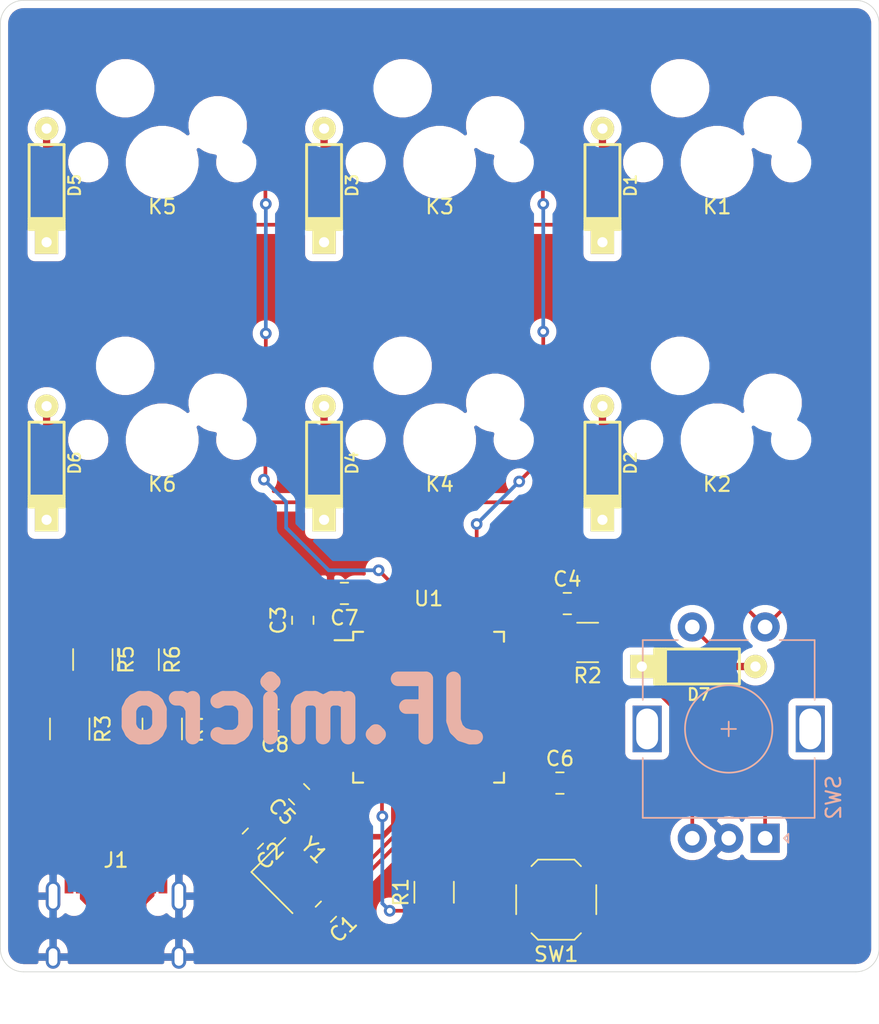
<source format=kicad_pcb>
(kicad_pcb (version 20171130) (host pcbnew "(5.1.8)-1")
  (title_block (title JF.micro) (date 2020-11-19) (rev 0) (company JF) (comment 1 "Initial Test 6 x 1 MacroPad"))
  (layers (0 F.Cu signal) (31 B.Cu signal) (34 B.Paste user) (35 F.Paste user) (36 B.SilkS user) (37 F.SilkS user) (38 B.Mask user) (39 F.Mask user) (44 Edge.Cuts user))
  (net 0 "")
  (net 1 "Net-(C1-Pad1)")
  (net 2 "Net-(C2-Pad1)")
  (net 3 VCC)
  (net 4 "Net-(D1-Pad2)")
  (net 5 /row0)
  (net 6 "Net-(D2-Pad2)")
  (net 7 /row1)
  (net 8 "Net-(D3-Pad2)")
  (net 9 "Net-(D4-Pad2)")
  (net 10 "Net-(D5-Pad2)")
  (net 11 "Net-(D6-Pad2)")
  (net 12 "Net-(J1-Pad3)")
  (net 13 "Net-(J1-Pad4)")
  (net 14 /col0)
  (net 15 /col1)
  (net 16 /col2)
  (net 17 "Net-(R1-Pad1)")
  (net 18 "Net-(R2-Pad2)")
  (net 19 "Net-(U1-Pad1)")
  (net 20 "Net-(U1-Pad8)")
  (net 21 "Net-(U1-Pad9)")
  (net 22 "Net-(U1-Pad10)")
  (net 23 "Net-(U1-Pad11)")
  (net 24 "Net-(U1-Pad12)")
  (net 25 "Net-(U1-Pad18)")
  (net 26 "Net-(U1-Pad19)")
  (net 27 "Net-(U1-Pad20)")
  (net 28 "Net-(U1-Pad21)")
  (net 29 "Net-(U1-Pad22)")
  (net 30 "Net-(U1-Pad25)")
  (net 31 "Net-(U1-Pad26)")
  (net 32 "Net-(U1-Pad27)")
  (net 33 "Net-(U1-Pad28)")
  (net 34 "Net-(U1-Pad29)")
  (net 35 "Net-(U1-Pad30)")
  (net 36 "Net-(U1-Pad42)")
  (net 37 "Net-(C8-Pad1)")
  (net 38 /D-)
  (net 39 "Net-(J1-Pad9)")
  (net 40 "Net-(J1-Pad10)")
  (net 41 GND)
  (net 42 "Net-(D7-Pad2)")
  (net 43 /row2)
  (net 44 "Net-(R5-Pad1)")
  (net 45 "Net-(R6-Pad1)")
  (net 46 /pinA)
  (net 47 /pinB)
  (net 48 "Net-(J1-Pad6)")
  (module Package_QFP:TQFP-44_10x10mm_P0.8mm (layer F.Cu) (at 64.3255 100.9015)
    (fp_text reference U1 (at 0 -7.45) (layer F.SilkS))
    (fp_text value ATMEGA32U4)
    (pad 1 smd rect (at -5.7 -4) (size 1.5 0.55) (layers F.Cu F.Paste F.Mask) (net 19 "Net-(U1-Pad1)"))
    (pad 2 smd rect (at -5.7 -3.2) (size 1.5 0.55) (layers F.Cu F.Paste F.Mask) (net 3 VCC))
    (pad 3 smd rect (at -5.7 -2.4) (size 1.5 0.55) (layers F.Cu F.Paste F.Mask) (net 44 "Net-(R5-Pad1)"))
    (pad 4 smd rect (at -5.7 -1.6) (size 1.5 0.55) (layers F.Cu F.Paste F.Mask) (net 45 "Net-(R6-Pad1)"))
    (pad 5 smd rect (at -5.7 -0.8) (size 1.5 0.55) (layers F.Cu F.Paste F.Mask) (net 41 GND))
    (pad 6 smd rect (at -5.7 0) (size 1.5 0.55) (layers F.Cu F.Paste F.Mask) (net 37 "Net-(C8-Pad1)"))
    (pad 7 smd rect (at -5.7 0.8) (size 1.5 0.55) (layers F.Cu F.Paste F.Mask) (net 3 VCC))
    (pad 8 smd rect (at -5.7 1.6) (size 1.5 0.55) (layers F.Cu F.Paste F.Mask) (net 20 "Net-(U1-Pad8)"))
    (pad 9 smd rect (at -5.7 2.4) (size 1.5 0.55) (layers F.Cu F.Paste F.Mask) (net 21 "Net-(U1-Pad9)"))
    (pad 10 smd rect (at -5.7 3.2) (size 1.5 0.55) (layers F.Cu F.Paste F.Mask) (net 22 "Net-(U1-Pad10)"))
    (pad 11 smd rect (at -5.7 4) (size 1.5 0.55) (layers F.Cu F.Paste F.Mask) (net 23 "Net-(U1-Pad11)"))
    (pad 12 smd rect (at -4 5.7 90) (size 1.5 0.55) (layers F.Cu F.Paste F.Mask) (net 24 "Net-(U1-Pad12)"))
    (pad 13 smd rect (at -3.2 5.7 90) (size 1.5 0.55) (layers F.Cu F.Paste F.Mask) (net 17 "Net-(R1-Pad1)"))
    (pad 14 smd rect (at -2.4 5.7 90) (size 1.5 0.55) (layers F.Cu F.Paste F.Mask) (net 3 VCC))
    (pad 15 smd rect (at -1.6 5.7 90) (size 1.5 0.55) (layers F.Cu F.Paste F.Mask) (net 41 GND))
    (pad 16 smd rect (at -0.8 5.7 90) (size 1.5 0.55) (layers F.Cu F.Paste F.Mask) (net 2 "Net-(C2-Pad1)"))
    (pad 17 smd rect (at 0 5.7 90) (size 1.5 0.55) (layers F.Cu F.Paste F.Mask) (net 1 "Net-(C1-Pad1)"))
    (pad 18 smd rect (at 0.8 5.7 90) (size 1.5 0.55) (layers F.Cu F.Paste F.Mask) (net 25 "Net-(U1-Pad18)"))
    (pad 19 smd rect (at 1.6 5.7 90) (size 1.5 0.55) (layers F.Cu F.Paste F.Mask) (net 26 "Net-(U1-Pad19)"))
    (pad 20 smd rect (at 2.4 5.7 90) (size 1.5 0.55) (layers F.Cu F.Paste F.Mask) (net 27 "Net-(U1-Pad20)"))
    (pad 21 smd rect (at 3.2 5.7 90) (size 1.5 0.55) (layers F.Cu F.Paste F.Mask) (net 28 "Net-(U1-Pad21)"))
    (pad 22 smd rect (at 4 5.7 90) (size 1.5 0.55) (layers F.Cu F.Paste F.Mask) (net 29 "Net-(U1-Pad22)"))
    (pad 23 smd rect (at 5.7 4) (size 1.5 0.55) (layers F.Cu F.Paste F.Mask) (net 41 GND))
    (pad 24 smd rect (at 5.7 3.2) (size 1.5 0.55) (layers F.Cu F.Paste F.Mask) (net 3 VCC))
    (pad 25 smd rect (at 5.7 2.4) (size 1.5 0.55) (layers F.Cu F.Paste F.Mask) (net 30 "Net-(U1-Pad25)"))
    (pad 26 smd rect (at 5.7 1.6) (size 1.5 0.55) (layers F.Cu F.Paste F.Mask) (net 31 "Net-(U1-Pad26)"))
    (pad 27 smd rect (at 5.7 0.8) (size 1.5 0.55) (layers F.Cu F.Paste F.Mask) (net 32 "Net-(U1-Pad27)"))
    (pad 28 smd rect (at 5.7 0) (size 1.5 0.55) (layers F.Cu F.Paste F.Mask) (net 33 "Net-(U1-Pad28)"))
    (pad 29 smd rect (at 5.7 -0.8) (size 1.5 0.55) (layers F.Cu F.Paste F.Mask) (net 34 "Net-(U1-Pad29)"))
    (pad 30 smd rect (at 5.7 -1.6) (size 1.5 0.55) (layers F.Cu F.Paste F.Mask) (net 35 "Net-(U1-Pad30)"))
    (pad 31 smd rect (at 5.7 -2.4) (size 1.5 0.55) (layers F.Cu F.Paste F.Mask) (net 47 /pinB))
    (pad 32 smd rect (at 5.7 -3.2) (size 1.5 0.55) (layers F.Cu F.Paste F.Mask) (net 46 /pinA))
    (pad 33 smd rect (at 5.7 -4) (size 1.5 0.55) (layers F.Cu F.Paste F.Mask) (net 18 "Net-(R2-Pad2)"))
    (pad 34 smd rect (at 4 -5.7 90) (size 1.5 0.55) (layers F.Cu F.Paste F.Mask) (net 3 VCC))
    (pad 35 smd rect (at 3.2 -5.7 90) (size 1.5 0.55) (layers F.Cu F.Paste F.Mask) (net 41 GND))
    (pad 36 smd rect (at 2.4 -5.7 90) (size 1.5 0.55) (layers F.Cu F.Paste F.Mask) (net 43 /row2))
    (pad 37 smd rect (at 1.6 -5.7 90) (size 1.5 0.55) (layers F.Cu F.Paste F.Mask) (net 14 /col0))
    (pad 38 smd rect (at 0.8 -5.7 90) (size 1.5 0.55) (layers F.Cu F.Paste F.Mask) (net 5 /row0))
    (pad 39 smd rect (at 0 -5.7 90) (size 1.5 0.55) (layers F.Cu F.Paste F.Mask) (net 7 /row1))
    (pad 40 smd rect (at -0.8 -5.7 90) (size 1.5 0.55) (layers F.Cu F.Paste F.Mask) (net 15 /col1))
    (pad 41 smd rect (at -1.6 -5.7 90) (size 1.5 0.55) (layers F.Cu F.Paste F.Mask) (net 16 /col2))
    (pad 42 smd rect (at -2.4 -5.7 90) (size 1.5 0.55) (layers F.Cu F.Paste F.Mask) (net 36 "Net-(U1-Pad42)"))
    (pad 43 smd rect (at -3.2 -5.7 90) (size 1.5 0.55) (layers F.Cu F.Paste F.Mask) (net 41 GND))
    (pad 44 smd rect (at -4 -5.7 90) (size 1.5 0.55) (layers F.Cu F.Paste F.Mask) (net 3 VCC))
  )
  (module MX_Only:MXOnly-1U-Hotswap (layer B.Cu) (at 46.0375 82.55 180)
    (fp_text reference K6)
    (fp_text value KEYSW)
    (fp_text user %R (at 0 -3.048) (layer F.SilkS))
    (pad 2 smd rect (at 5.842 5.08 180) (size 2.55 2.5) (layers F.Cu F.Paste F.Mask) (net 11 "Net-(D6-Pad2)"))
    (pad 1 smd rect (at -7.085 2.54 180) (size 2.55 2.5) (layers F.Cu F.Paste F.Mask) (net 16 /col2))
    (pad "" np_thru_hole circle (at 5.08 0 131.9004) (size 1.75 1.75) (drill 1.75) (layers *.Cu *.Mask))
    (pad "" np_thru_hole circle (at -5.08 0 131.9004) (size 1.75 1.75) (drill 1.75) (layers *.Cu *.Mask))
    (pad "" np_thru_hole circle (at -3.81 2.54 180) (size 3 3) (drill 3) (layers *.Cu *.Mask))
    (pad "" np_thru_hole circle (at 0 0 180) (size 3.9878 3.9878) (drill 3.9878) (layers *.Cu *.Mask))
    (pad "" np_thru_hole circle (at 2.54 5.08 180) (size 3 3) (drill 3) (layers *.Cu *.Mask))
  )
  (module MX_Only:MXOnly-1U-Hotswap (layer B.Cu) (at 46.0375 63.5 180)
    (fp_text reference K5)
    (fp_text value KEYSW)
    (fp_text user %R (at 0 -3.048) (layer F.SilkS))
    (pad 2 smd rect (at 5.842 5.08 180) (size 2.55 2.5) (layers F.Cu F.Paste F.Mask) (net 10 "Net-(D5-Pad2)"))
    (pad 1 smd rect (at -7.085 2.54 180) (size 2.55 2.5) (layers F.Cu F.Paste F.Mask) (net 16 /col2))
    (pad "" np_thru_hole circle (at 5.08 0 131.9004) (size 1.75 1.75) (drill 1.75) (layers *.Cu *.Mask))
    (pad "" np_thru_hole circle (at -5.08 0 131.9004) (size 1.75 1.75) (drill 1.75) (layers *.Cu *.Mask))
    (pad "" np_thru_hole circle (at -3.81 2.54 180) (size 3 3) (drill 3) (layers *.Cu *.Mask))
    (pad "" np_thru_hole circle (at 0 0 180) (size 3.9878 3.9878) (drill 3.9878) (layers *.Cu *.Mask))
    (pad "" np_thru_hole circle (at 2.54 5.08 180) (size 3 3) (drill 3) (layers *.Cu *.Mask))
  )
  (module MX_Only:MXOnly-1U-Hotswap (layer B.Cu) (at 65.0875 82.55 180)
    (fp_text reference K4)
    (fp_text value KEYSW)
    (fp_text user %R (at 0 -3.048) (layer F.SilkS))
    (pad 2 smd rect (at 5.842 5.08 180) (size 2.55 2.5) (layers F.Cu F.Paste F.Mask) (net 9 "Net-(D4-Pad2)"))
    (pad 1 smd rect (at -7.085 2.54 180) (size 2.55 2.5) (layers F.Cu F.Paste F.Mask) (net 15 /col1))
    (pad "" np_thru_hole circle (at 5.08 0 131.9004) (size 1.75 1.75) (drill 1.75) (layers *.Cu *.Mask))
    (pad "" np_thru_hole circle (at -5.08 0 131.9004) (size 1.75 1.75) (drill 1.75) (layers *.Cu *.Mask))
    (pad "" np_thru_hole circle (at -3.81 2.54 180) (size 3 3) (drill 3) (layers *.Cu *.Mask))
    (pad "" np_thru_hole circle (at 0 0 180) (size 3.9878 3.9878) (drill 3.9878) (layers *.Cu *.Mask))
    (pad "" np_thru_hole circle (at 2.54 5.08 180) (size 3 3) (drill 3) (layers *.Cu *.Mask))
  )
  (module MX_Only:MXOnly-1U-Hotswap (layer B.Cu) (at 65.0875 63.5 180)
    (fp_text reference K3)
    (fp_text value KEYSW)
    (fp_text user %R (at 0 -3.048) (layer F.SilkS))
    (pad 2 smd rect (at 5.842 5.08 180) (size 2.55 2.5) (layers F.Cu F.Paste F.Mask) (net 8 "Net-(D3-Pad2)"))
    (pad 1 smd rect (at -7.085 2.54 180) (size 2.55 2.5) (layers F.Cu F.Paste F.Mask) (net 15 /col1))
    (pad "" np_thru_hole circle (at 5.08 0 131.9004) (size 1.75 1.75) (drill 1.75) (layers *.Cu *.Mask))
    (pad "" np_thru_hole circle (at -5.08 0 131.9004) (size 1.75 1.75) (drill 1.75) (layers *.Cu *.Mask))
    (pad "" np_thru_hole circle (at -3.81 2.54 180) (size 3 3) (drill 3) (layers *.Cu *.Mask))
    (pad "" np_thru_hole circle (at 0 0 180) (size 3.9878 3.9878) (drill 3.9878) (layers *.Cu *.Mask))
    (pad "" np_thru_hole circle (at 2.54 5.08 180) (size 3 3) (drill 3) (layers *.Cu *.Mask))
  )
  (module MX_Only:MXOnly-1U-Hotswap (layer B.Cu) (at 84.1375 82.55 180)
    (fp_text reference K2)
    (fp_text value KEYSW)
    (fp_text user %R (at 0 -3.048) (layer F.SilkS))
    (pad 2 smd rect (at 5.842 5.08 180) (size 2.55 2.5) (layers F.Cu F.Paste F.Mask) (net 6 "Net-(D2-Pad2)"))
    (pad 1 smd rect (at -7.085 2.54 180) (size 2.55 2.5) (layers F.Cu F.Paste F.Mask) (net 14 /col0))
    (pad "" np_thru_hole circle (at 5.08 0 131.9004) (size 1.75 1.75) (drill 1.75) (layers *.Cu *.Mask))
    (pad "" np_thru_hole circle (at -5.08 0 131.9004) (size 1.75 1.75) (drill 1.75) (layers *.Cu *.Mask))
    (pad "" np_thru_hole circle (at -3.81 2.54 180) (size 3 3) (drill 3) (layers *.Cu *.Mask))
    (pad "" np_thru_hole circle (at 0 0 180) (size 3.9878 3.9878) (drill 3.9878) (layers *.Cu *.Mask))
    (pad "" np_thru_hole circle (at 2.54 5.08 180) (size 3 3) (drill 3) (layers *.Cu *.Mask))
  )
  (module MX_Only:MXOnly-1U-Hotswap (layer B.Cu) (at 84.1375 63.5 180)
    (fp_text reference K1)
    (fp_text value KEYSW)
    (fp_text user %R (at 0 -3.048) (layer F.SilkS))
    (pad 2 smd rect (at 5.842 5.08 180) (size 2.55 2.5) (layers F.Cu F.Paste F.Mask) (net 4 "Net-(D1-Pad2)"))
    (pad 1 smd rect (at -7.085 2.54 180) (size 2.55 2.5) (layers F.Cu F.Paste F.Mask) (net 14 /col0))
    (pad "" np_thru_hole circle (at 5.08 0 131.9004) (size 1.75 1.75) (drill 1.75) (layers *.Cu *.Mask))
    (pad "" np_thru_hole circle (at -5.08 0 131.9004) (size 1.75 1.75) (drill 1.75) (layers *.Cu *.Mask))
    (pad "" np_thru_hole circle (at -3.81 2.54 180) (size 3 3) (drill 3) (layers *.Cu *.Mask))
    (pad "" np_thru_hole circle (at 0 0 180) (size 3.9878 3.9878) (drill 3.9878) (layers *.Cu *.Mask))
    (pad "" np_thru_hole circle (at 2.54 5.08 180) (size 3 3) (drill 3) (layers *.Cu *.Mask))
  )
  (module Type-C:HRO-TYPE-C-31-M-12-Assembly (layer F.Cu) (at 42.8625 120.65)
    (fp_text reference J1 (at 0 -9.25) (layer F.SilkS))
    (fp_text value "Type C")
    (pad 12 smd rect (at 3.225 -7.695) (size 0.6 1.45) (layers F.Cu F.Paste F.Mask) (net 41 GND))
    (pad 1 smd rect (at -3.225 -7.695) (size 0.6 1.45) (layers F.Cu F.Paste F.Mask) (net 41 GND))
    (pad 11 smd rect (at 2.45 -7.695) (size 0.6 1.45) (layers F.Cu F.Paste F.Mask) (net 3 VCC))
    (pad 2 smd rect (at -2.45 -7.695) (size 0.6 1.45) (layers F.Cu F.Paste F.Mask) (net 3 VCC))
    (pad 3 smd rect (at -1.75 -7.695) (size 0.3 1.45) (layers F.Cu F.Paste F.Mask) (net 12 "Net-(J1-Pad3)"))
    (pad 10 smd rect (at 1.75 -7.695) (size 0.3 1.45) (layers F.Cu F.Paste F.Mask) (net 40 "Net-(J1-Pad10)"))
    (pad 4 smd rect (at -1.25 -7.695) (size 0.3 1.45) (layers F.Cu F.Paste F.Mask) (net 13 "Net-(J1-Pad4)"))
    (pad 9 smd rect (at 1.25 -7.695) (size 0.3 1.45) (layers F.Cu F.Paste F.Mask) (net 39 "Net-(J1-Pad9)"))
    (pad 5 smd rect (at -0.75 -7.695) (size 0.3 1.45) (layers F.Cu F.Paste F.Mask) (net 38 /D-))
    (pad 8 smd rect (at 0.75 -7.695) (size 0.3 1.45) (layers F.Cu F.Paste F.Mask) (net 48 "Net-(J1-Pad6)"))
    (pad 7 smd rect (at 0.25 -7.695) (size 0.3 1.45) (layers F.Cu F.Paste F.Mask) (net 38 /D-))
    (pad 6 smd rect (at -0.25 -7.695) (size 0.3 1.45) (layers F.Cu F.Paste F.Mask) (net 48 "Net-(J1-Pad6)"))
    (pad "" np_thru_hole circle (at 2.89 -6.25) (size 0.65 0.65) (drill 0.65) (layers *.Cu *.Mask))
    (pad "" np_thru_hole circle (at -2.89 -6.25) (size 0.65 0.65) (drill 0.65) (layers *.Cu *.Mask))
    (pad 13 thru_hole oval (at -4.32 -6.78) (size 1 2.1) (drill oval 0.6 1.7) (layers *.Cu *.Mask) (net 41 GND))
    (pad 13 thru_hole oval (at 4.32 -6.78) (size 1 2.1) (drill oval 0.6 1.7) (layers *.Cu *.Mask) (net 41 GND))
    (pad 13 thru_hole oval (at -4.32 -2.6) (size 1 1.6) (drill oval 0.6 1.2) (layers *.Cu *.Mask) (net 41 GND))
    (pad 13 thru_hole oval (at 4.32 -2.6) (size 1 1.6) (drill oval 0.6 1.2) (layers *.Cu *.Mask) (net 41 GND))
  )
  (module Crystal:Crystal_SMD_3225-4Pin_3.2x2.5mm (layer F.Cu) (at 54.737 112.4585 315)
    (fp_text reference Y1 (at 0 -2.450001 315) (layer F.SilkS))
    (fp_text value 16MHz)
    (pad 4 smd rect (at -1.1 -0.85 315) (size 1.4 1.2) (layers F.Cu F.Paste F.Mask) (net 41 GND))
    (pad 3 smd rect (at 1.1 -0.85 315) (size 1.4 1.2) (layers F.Cu F.Paste F.Mask) (net 1 "Net-(C1-Pad1)"))
    (pad 2 smd rect (at 1.1 0.85 315) (size 1.4 1.2) (layers F.Cu F.Paste F.Mask) (net 41 GND))
    (pad 1 smd rect (at -1.1 0.85 315) (size 1.4 1.2) (layers F.Cu F.Paste F.Mask) (net 2 "Net-(C2-Pad1)"))
  )
  (module Capacitor_SMD:C_0805_2012Metric (layer F.Cu) (at 57.277 114.935 225)
    (fp_text reference C1 (at 0 -1.679999 225) (layer F.SilkS))
    (fp_text value 22p)
    (pad 2 smd roundrect (at 0.95 0 225) (size 1 1.45) (layers F.Cu F.Paste F.Mask) (net 41 GND))
    (pad 1 smd roundrect (at -0.95 0 225) (size 1 1.45) (layers F.Cu F.Paste F.Mask) (net 1 "Net-(C1-Pad1)"))
  )
  (module Capacitor_SMD:C_0805_2012Metric (layer F.Cu) (at 52.2605 109.9185 225)
    (fp_text reference C2 (at 0 -1.679999 225) (layer F.SilkS))
    (fp_text value 22p)
    (pad 1 smd roundrect (at -0.95 0 225) (size 1 1.45) (layers F.Cu F.Paste F.Mask) (net 2 "Net-(C2-Pad1)"))
    (pad 2 smd roundrect (at 0.95 0 225) (size 1 1.45) (layers F.Cu F.Paste F.Mask) (net 41 GND))
  )
  (module Capacitor_SMD:C_0805_2012Metric (layer F.Cu) (at 55.6895 94.9325 90)
    (fp_text reference C3 (at 0 -1.68 -90) (layer F.SilkS))
    (fp_text value 0.1u)
    (pad 1 smd roundrect (at -0.95 0 90) (size 1 1.45) (layers F.Cu F.Paste F.Mask) (net 3 VCC))
    (pad 2 smd roundrect (at 0.95 0 90) (size 1 1.45) (layers F.Cu F.Paste F.Mask) (net 41 GND))
  )
  (module Capacitor_SMD:C_0805_2012Metric (layer F.Cu) (at 73.8505 93.7895)
    (fp_text reference C4 (at 0 -1.68) (layer F.SilkS))
    (fp_text value 0.1u)
    (pad 2 smd roundrect (at 0.95 0) (size 1 1.45) (layers F.Cu F.Paste F.Mask) (net 41 GND))
    (pad 1 smd roundrect (at -0.95 0) (size 1 1.45) (layers F.Cu F.Paste F.Mask) (net 3 VCC))
  )
  (module Capacitor_SMD:C_0805_2012Metric (layer F.Cu) (at 55.4355 106.8705 135)
    (fp_text reference C5 (at 0 -1.679999 -45) (layer F.SilkS))
    (fp_text value 0.1u)
    (pad 1 smd roundrect (at -0.95 0 135) (size 1 1.45) (layers F.Cu F.Paste F.Mask) (net 3 VCC))
    (pad 2 smd roundrect (at 0.95 0 135) (size 1 1.45) (layers F.Cu F.Paste F.Mask) (net 41 GND))
  )
  (module Capacitor_SMD:C_0805_2012Metric (layer F.Cu) (at 73.3425 106.1085)
    (fp_text reference C6 (at 0 -1.68) (layer F.SilkS))
    (fp_text value 0.1u)
    (pad 2 smd roundrect (at 0.95 0) (size 1 1.45) (layers F.Cu F.Paste F.Mask) (net 41 GND))
    (pad 1 smd roundrect (at -0.95 0) (size 1 1.45) (layers F.Cu F.Paste F.Mask) (net 3 VCC))
  )
  (module Capacitor_SMD:C_0805_2012Metric (layer F.Cu) (at 58.547 93.091 180)
    (fp_text reference C7 (at 0 -1.68) (layer F.SilkS))
    (fp_text value 4.7u)
    (pad 1 smd roundrect (at -0.95 0 180) (size 1 1.45) (layers F.Cu F.Paste F.Mask) (net 3 VCC))
    (pad 2 smd roundrect (at 0.95 0 180) (size 1 1.45) (layers F.Cu F.Paste F.Mask) (net 41 GND))
  )
  (module Capacitor_SMD:C_0805_2012Metric (layer F.Cu) (at 53.7845 101.7905 180)
    (fp_text reference C8 (at 0 -1.68) (layer F.SilkS))
    (fp_text value 1u)
    (pad 2 smd roundrect (at 0.95 0 180) (size 1 1.45) (layers F.Cu F.Paste F.Mask) (net 41 GND))
    (pad 1 smd roundrect (at -0.95 0 180) (size 1 1.45) (layers F.Cu F.Paste F.Mask) (net 37 "Net-(C8-Pad1)"))
  )
  (module keyboard_parts:D_SOD123_axial (layer F.Cu) (at 76.2635 65.0875 90)
    (fp_text reference D1 (at 0 1.925 -90) (layer F.SilkS) (effects (font (size 0.8 0.8))))
    (fp_text value D hide)
    (pad 2 smd rect (at 2.7 0 90) (size 2.5 0.5) (layers F.Cu) (net 4 "Net-(D1-Pad2)"))
    (pad 1 smd rect (at -2.7 0 90) (size 2.5 0.5) (layers F.Cu) (net 5 /row0))
    (pad 2 thru_hole circle (at 3.9 0 90) (size 1.6 1.6) (drill 0.7) (layers *.Cu *.Mask F.SilkS) (net 4 "Net-(D1-Pad2)"))
    (pad 1 thru_hole rect (at -3.9 0 90) (size 1.6 1.6) (drill 0.7) (layers *.Cu *.Mask F.SilkS) (net 5 /row0))
    (pad 1 smd rect (at -1.575 0 90) (size 1.2 1.2) (layers F.Cu F.Paste F.Mask) (net 5 /row0))
    (pad 2 smd rect (at 1.575 0 90) (size 1.2 1.2) (layers F.Cu F.Paste F.Mask) (net 4 "Net-(D1-Pad2)"))
  )
  (module keyboard_parts:D_SOD123_axial (layer F.Cu) (at 76.2635 84.1375 90)
    (fp_text reference D2 (at 0 1.925 -90) (layer F.SilkS) (effects (font (size 0.8 0.8))))
    (fp_text value D hide)
    (pad 2 smd rect (at 1.575 0 90) (size 1.2 1.2) (layers F.Cu F.Paste F.Mask) (net 6 "Net-(D2-Pad2)"))
    (pad 1 smd rect (at -1.575 0 90) (size 1.2 1.2) (layers F.Cu F.Paste F.Mask) (net 7 /row1))
    (pad 1 thru_hole rect (at -3.9 0 90) (size 1.6 1.6) (drill 0.7) (layers *.Cu *.Mask F.SilkS) (net 7 /row1))
    (pad 2 thru_hole circle (at 3.9 0 90) (size 1.6 1.6) (drill 0.7) (layers *.Cu *.Mask F.SilkS) (net 6 "Net-(D2-Pad2)"))
    (pad 1 smd rect (at -2.7 0 90) (size 2.5 0.5) (layers F.Cu) (net 7 /row1))
    (pad 2 smd rect (at 2.7 0 90) (size 2.5 0.5) (layers F.Cu) (net 6 "Net-(D2-Pad2)"))
  )
  (module keyboard_parts:D_SOD123_axial (layer F.Cu) (at 57.15 65.0875 90)
    (fp_text reference D3 (at 0 1.925 -90) (layer F.SilkS) (effects (font (size 0.8 0.8))))
    (fp_text value D hide)
    (pad 2 smd rect (at 2.7 0 90) (size 2.5 0.5) (layers F.Cu) (net 8 "Net-(D3-Pad2)"))
    (pad 1 smd rect (at -2.7 0 90) (size 2.5 0.5) (layers F.Cu) (net 5 /row0))
    (pad 2 thru_hole circle (at 3.9 0 90) (size 1.6 1.6) (drill 0.7) (layers *.Cu *.Mask F.SilkS) (net 8 "Net-(D3-Pad2)"))
    (pad 1 thru_hole rect (at -3.9 0 90) (size 1.6 1.6) (drill 0.7) (layers *.Cu *.Mask F.SilkS) (net 5 /row0))
    (pad 1 smd rect (at -1.575 0 90) (size 1.2 1.2) (layers F.Cu F.Paste F.Mask) (net 5 /row0))
    (pad 2 smd rect (at 1.575 0 90) (size 1.2 1.2) (layers F.Cu F.Paste F.Mask) (net 8 "Net-(D3-Pad2)"))
  )
  (module keyboard_parts:D_SOD123_axial (layer F.Cu) (at 57.15 84.1375 90)
    (fp_text reference D4 (at 0 1.925 -90) (layer F.SilkS) (effects (font (size 0.8 0.8))))
    (fp_text value D hide)
    (pad 2 smd rect (at 1.575 0 90) (size 1.2 1.2) (layers F.Cu F.Paste F.Mask) (net 9 "Net-(D4-Pad2)"))
    (pad 1 smd rect (at -1.575 0 90) (size 1.2 1.2) (layers F.Cu F.Paste F.Mask) (net 7 /row1))
    (pad 1 thru_hole rect (at -3.9 0 90) (size 1.6 1.6) (drill 0.7) (layers *.Cu *.Mask F.SilkS) (net 7 /row1))
    (pad 2 thru_hole circle (at 3.9 0 90) (size 1.6 1.6) (drill 0.7) (layers *.Cu *.Mask F.SilkS) (net 9 "Net-(D4-Pad2)"))
    (pad 1 smd rect (at -2.7 0 90) (size 2.5 0.5) (layers F.Cu) (net 7 /row1))
    (pad 2 smd rect (at 2.7 0 90) (size 2.5 0.5) (layers F.Cu) (net 9 "Net-(D4-Pad2)"))
  )
  (module keyboard_parts:D_SOD123_axial (layer F.Cu) (at 38.1 65.0875 90)
    (fp_text reference D5 (at 0 1.925 -90) (layer F.SilkS) (effects (font (size 0.8 0.8))))
    (fp_text value D hide)
    (pad 2 smd rect (at 1.575 0 90) (size 1.2 1.2) (layers F.Cu F.Paste F.Mask) (net 10 "Net-(D5-Pad2)"))
    (pad 1 smd rect (at -1.575 0 90) (size 1.2 1.2) (layers F.Cu F.Paste F.Mask) (net 5 /row0))
    (pad 1 thru_hole rect (at -3.9 0 90) (size 1.6 1.6) (drill 0.7) (layers *.Cu *.Mask F.SilkS) (net 5 /row0))
    (pad 2 thru_hole circle (at 3.9 0 90) (size 1.6 1.6) (drill 0.7) (layers *.Cu *.Mask F.SilkS) (net 10 "Net-(D5-Pad2)"))
    (pad 1 smd rect (at -2.7 0 90) (size 2.5 0.5) (layers F.Cu) (net 5 /row0))
    (pad 2 smd rect (at 2.7 0 90) (size 2.5 0.5) (layers F.Cu) (net 10 "Net-(D5-Pad2)"))
  )
  (module keyboard_parts:D_SOD123_axial (layer F.Cu) (at 38.1 84.1375 90)
    (fp_text reference D6 (at 0 1.925 -90) (layer F.SilkS) (effects (font (size 0.8 0.8))))
    (fp_text value D hide)
    (pad 2 smd rect (at 1.575 0 90) (size 1.2 1.2) (layers F.Cu F.Paste F.Mask) (net 11 "Net-(D6-Pad2)"))
    (pad 1 smd rect (at -1.575 0 90) (size 1.2 1.2) (layers F.Cu F.Paste F.Mask) (net 7 /row1))
    (pad 1 thru_hole rect (at -3.9 0 90) (size 1.6 1.6) (drill 0.7) (layers *.Cu *.Mask F.SilkS) (net 7 /row1))
    (pad 2 thru_hole circle (at 3.9 0 90) (size 1.6 1.6) (drill 0.7) (layers *.Cu *.Mask F.SilkS) (net 11 "Net-(D6-Pad2)"))
    (pad 1 smd rect (at -2.7 0 90) (size 2.5 0.5) (layers F.Cu) (net 7 /row1))
    (pad 2 smd rect (at 2.7 0 90) (size 2.5 0.5) (layers F.Cu) (net 11 "Net-(D6-Pad2)"))
  )
  (module keyboard_parts:D_SOD123_axial (layer F.Cu) (at 82.8675 98.1075)
    (fp_text reference D7 (at 0 1.925) (layer F.SilkS) (effects (font (size 0.8 0.8))))
    (fp_text value D hide)
    (pad 2 smd rect (at 2.7 0) (size 2.5 0.5) (layers F.Cu) (net 42 "Net-(D7-Pad2)"))
    (pad 1 smd rect (at -2.7 0) (size 2.5 0.5) (layers F.Cu) (net 43 /row2))
    (pad 2 thru_hole circle (at 3.9 0) (size 1.6 1.6) (drill 0.7) (layers *.Cu *.Mask F.SilkS) (net 42 "Net-(D7-Pad2)"))
    (pad 1 thru_hole rect (at -3.9 0) (size 1.6 1.6) (drill 0.7) (layers *.Cu *.Mask F.SilkS) (net 43 /row2))
    (pad 1 smd rect (at -1.575 0) (size 1.2 1.2) (layers F.Cu F.Paste F.Mask) (net 43 /row2))
    (pad 2 smd rect (at 1.575 0) (size 1.2 1.2) (layers F.Cu F.Paste F.Mask) (net 42 "Net-(D7-Pad2)"))
  )
  (module Resistor_SMD:R_1210_3225Metric (layer F.Cu) (at 64.7065 113.6015 90)
    (fp_text reference R1 (at 0 -2.28 -90) (layer F.SilkS))
    (fp_text value 10k)
    (pad 1 smd roundrect (at -1.4625 0 90) (size 1.125 2.65) (layers F.Cu F.Paste F.Mask) (roundrect_rratio 0.2222195555555556) (net 17 "Net-(R1-Pad1)"))
    (pad 2 smd roundrect (at 1.4625 0 90) (size 1.125 2.65) (layers F.Cu F.Paste F.Mask) (roundrect_rratio 0.2222195555555556) (net 3 VCC))
  )
  (module Resistor_SMD:R_1210_3225Metric (layer F.Cu) (at 75.2475 96.4565 180)
    (fp_text reference R2 (at 0 -2.28) (layer F.SilkS))
    (fp_text value 10k)
    (pad 2 smd roundrect (at 1.4625 0 180) (size 1.125 2.65) (layers F.Cu F.Paste F.Mask) (roundrect_rratio 0.2222195555555556) (net 18 "Net-(R2-Pad2)"))
    (pad 1 smd roundrect (at -1.4625 0 180) (size 1.125 2.65) (layers F.Cu F.Paste F.Mask) (roundrect_rratio 0.2222195555555556) (net 41 GND))
  )
  (module Resistor_SMD:R_1210_3225Metric (layer F.Cu) (at 39.6875 102.39375 270)
    (fp_text reference R3 (at 0 -2.28 270) (layer F.SilkS))
    (fp_text value 5.1k)
    (pad 2 smd roundrect (at 1.4625 0 270) (size 1.125 2.65) (layers F.Cu F.Paste F.Mask) (roundrect_rratio 0.2222195555555556) (net 13 "Net-(J1-Pad4)"))
    (pad 1 smd roundrect (at -1.4625 0 270) (size 1.125 2.65) (layers F.Cu F.Paste F.Mask) (roundrect_rratio 0.2222195555555556) (net 41 GND))
  )
  (module Resistor_SMD:R_1210_3225Metric (layer F.Cu) (at 46.0375 102.39375 270)
    (fp_text reference R4 (at 0 -2.28 270) (layer F.SilkS))
    (fp_text value 5.1k)
    (pad 1 smd roundrect (at -1.4625 0 270) (size 1.125 2.65) (layers F.Cu F.Paste F.Mask) (roundrect_rratio 0.2222195555555556) (net 41 GND))
    (pad 2 smd roundrect (at 1.4625 0 270) (size 1.125 2.65) (layers F.Cu F.Paste F.Mask) (roundrect_rratio 0.2222195555555556) (net 40 "Net-(J1-Pad10)"))
  )
  (module Resistor_SMD:R_1210_3225Metric (layer F.Cu) (at 41.275 97.63125 270)
    (fp_text reference R5 (at 0 -2.28 270) (layer F.SilkS))
    (fp_text value 22p)
    (pad 2 smd roundrect (at 1.4625 0 270) (size 1.125 2.65) (layers F.Cu F.Paste F.Mask) (roundrect_rratio 0.2222195555555556) (net 38 /D-))
    (pad 1 smd roundrect (at -1.4625 0 270) (size 1.125 2.65) (layers F.Cu F.Paste F.Mask) (roundrect_rratio 0.2222195555555556) (net 44 "Net-(R5-Pad1)"))
  )
  (module Resistor_SMD:R_1210_3225Metric (layer F.Cu) (at 44.45 97.63125 270)
    (fp_text reference R6 (at 0 -2.28 270) (layer F.SilkS))
    (fp_text value 22p)
    (pad 1 smd roundrect (at -1.4625 0 270) (size 1.125 2.65) (layers F.Cu F.Paste F.Mask) (roundrect_rratio 0.2222195555555556) (net 45 "Net-(R6-Pad1)"))
    (pad 2 smd roundrect (at 1.4625 0 270) (size 1.125 2.65) (layers F.Cu F.Paste F.Mask) (roundrect_rratio 0.2222195555555556) (net 48 "Net-(J1-Pad6)"))
  )
  (module Button_Switch_SMD:SW_SPST_TL3342 (layer F.Cu) (at 73.0885 114.1095 180)
    (fp_text reference SW1 (at 0 -3.75) (layer F.SilkS))
    (fp_text value SW_PUSH)
    (pad 1 smd rect (at -3.15 -1.9 180) (size 1.7 1) (layers F.Cu F.Paste F.Mask) (net 41 GND))
    (pad 1 smd rect (at 3.15 -1.9 180) (size 1.7 1) (layers F.Cu F.Paste F.Mask) (net 41 GND))
    (pad 2 smd rect (at -3.15 1.9 180) (size 1.7 1) (layers F.Cu F.Paste F.Mask) (net 17 "Net-(R1-Pad1)"))
    (pad 2 smd rect (at 3.15 1.9 180) (size 1.7 1) (layers F.Cu F.Paste F.Mask) (net 17 "Net-(R1-Pad1)"))
  )
  (module Keebio-Parts:RotaryEncoder_Alps_EC11E-Switch_Vertical_H20mm (layer B.Cu) (at 84.93125 102.39375 90)
    (fp_text reference SW2 (at -4.7 7.2 -90) (layer B.SilkS) (effects (justify mirror)))
    (fp_text value Rotary_Encoder_Switch)
    (pad A thru_hole rect (at -7.5 2.5 90) (size 2 2) (drill 1) (layers *.Cu *.Mask) (net 46 /pinA))
    (pad C thru_hole circle (at -7.5 0 90) (size 2 2) (drill 1) (layers *.Cu *.Mask) (net 41 GND))
    (pad B thru_hole circle (at -7.5 -2.5 90) (size 2 2) (drill 1) (layers *.Cu *.Mask) (net 47 /pinB))
    (pad MP thru_hole rect (at 0 5.6 90) (size 3.2 2) (drill oval 2.8 1.5) (layers *.Cu *.Mask))
    (pad MP thru_hole rect (at 0 -5.6 90) (size 3.2 2) (drill oval 2.8 1.5) (layers *.Cu *.Mask))
    (pad S2 thru_hole circle (at 7 2.5 90) (size 2 2) (drill 1) (layers *.Cu *.Mask) (net 14 /col0))
    (pad S1 thru_hole circle (at 7 -2.5 90) (size 2 2) (drill 1) (layers *.Cu *.Mask) (net 42 "Net-(D7-Pad2)"))
  )
  (gr_text JF.micro (at 55.5625 101.1555) (layer B.SilkS) (effects (font (size 4 4) (thickness 1)) (justify mirror)))
  (gr_line (start 93.6625 119.0625) (end 36.5125 119.0625) (layer Edge.Cuts) (width 0.05))
  (gr_line (start 95.25 53.975) (end 95.25 117.475) (layer Edge.Cuts) (width 0.05))
  (gr_line (start 36.5125 52.3875) (end 93.6625 52.3875) (layer Edge.Cuts) (width 0.05))
  (gr_line (start 34.925 53.975) (end 34.925 117.475) (layer Edge.Cuts) (width 0.05))
  (gr_arc (start 36.5125 117.475) (end 36.5125 119.0625) (angle 90) (layer Edge.Cuts) (width 0.05))
  (gr_arc (start 93.6625 117.475) (end 95.25 117.475) (angle 90) (layer Edge.Cuts) (width 0.05))
  (gr_arc (start 93.6625 53.975) (end 93.6625 52.3875) (angle 90) (layer Edge.Cuts) (width 0.05))
  (gr_arc (start 36.5125 53.975) (end 34.925 53.975) (angle 90) (layer Edge.Cuts) (width 0.05))
  (segment (start 56.320779 112.635277) (end 57.948751 114.263249) (width 0.254) (layer F.Cu) (net 1))
  (segment (start 56.115858 112.635277) (end 56.320779 112.635277) (width 0.254) (layer F.Cu) (net 1))
  (segment (start 57.948751 114.263249) (end 58.202751 114.263249) (width 0.254) (layer F.Cu) (net 1))
  (segment (start 64.3255 108.1405) (end 64.3255 106.6015) (width 0.254) (layer F.Cu) (net 1))
  (segment (start 58.202751 114.263249) (end 64.3255 108.1405) (width 0.254) (layer F.Cu) (net 1))
  (segment (start 52.932251 111.855832) (end 52.932251 109.246749) (width 0.254) (layer F.Cu) (net 2))
  (segment (start 53.358142 112.281723) (end 52.932251 111.855832) (width 0.254) (layer F.Cu) (net 2))
  (segment (start 52.932251 109.246749) (end 56.414749 109.246749) (width 0.254) (layer F.Cu) (net 2))
  (segment (start 56.414749 109.246749) (end 58.674 111.506) (width 0.254) (layer F.Cu) (net 2))
  (segment (start 58.674 111.506) (end 60.198 111.506) (width 0.254) (layer F.Cu) (net 2))
  (segment (start 63.5255 108.1785) (end 63.5255 106.6015) (width 0.254) (layer F.Cu) (net 2))
  (segment (start 60.198 111.506) (end 63.5255 108.1785) (width 0.254) (layer F.Cu) (net 2))
  (segment (start 66.362 112.139) (end 72.3925 106.1085) (width 0.381) (layer F.Cu) (net 3))
  (segment (start 64.7065 112.139) (end 66.362 112.139) (width 0.381) (layer F.Cu) (net 3))
  (segment (start 71.1105 104.1015) (end 70.0255 104.1015) (width 0.381) (layer F.Cu) (net 3))
  (segment (start 72.3925 105.3835) (end 71.1105 104.1015) (width 0.381) (layer F.Cu) (net 3))
  (segment (start 72.3925 106.1085) (end 72.3925 105.3835) (width 0.381) (layer F.Cu) (net 3))
  (segment (start 45.3125 112.955) (end 45.3125 111.849) (width 0.381) (layer F.Cu) (net 3))
  (segment (start 57.697598 101.7015) (end 58.6255 101.7015) (width 0.381) (layer F.Cu) (net 3))
  (segment (start 55.322598 104.0765) (end 57.697598 101.7015) (width 0.381) (layer F.Cu) (net 3))
  (segment (start 53.085 104.0765) (end 55.322598 104.0765) (width 0.381) (layer F.Cu) (net 3))
  (segment (start 47.6885 109.2835) (end 47.78325 109.37825) (width 0.381) (layer F.Cu) (net 3))
  (segment (start 47.78325 109.37825) (end 53.085 104.0765) (width 0.381) (layer F.Cu) (net 3))
  (segment (start 45.3125 111.849) (end 47.78325 109.37825) (width 0.381) (layer F.Cu) (net 3))
  (segment (start 45.3125 113.781058) (end 44.7675 114.326058) (width 0.381) (layer F.Cu) (net 3))
  (segment (start 45.3125 112.955) (end 45.3125 113.781058) (width 0.381) (layer F.Cu) (net 3))
  (segment (start 44.7675 114.326058) (end 44.7675 115.6335) (width 0.381) (layer F.Cu) (net 3))
  (segment (start 44.7675 115.6335) (end 44.2595 116.1415) (width 0.381) (layer F.Cu) (net 3))
  (segment (start 44.2595 116.1415) (end 41.7195 116.1415) (width 0.381) (layer F.Cu) (net 3))
  (segment (start 41.7195 116.1415) (end 41.0845 115.5065) (width 0.381) (layer F.Cu) (net 3))
  (segment (start 40.571999 113.114499) (end 40.4125 112.955) (width 0.381) (layer F.Cu) (net 3))
  (segment (start 40.571999 113.992401) (end 40.571999 113.114499) (width 0.381) (layer F.Cu) (net 3))
  (segment (start 41.0845 114.504902) (end 40.571999 113.992401) (width 0.381) (layer F.Cu) (net 3))
  (segment (start 41.0845 115.5065) (end 41.0845 114.504902) (width 0.381) (layer F.Cu) (net 3))
  (segment (start 69.7375 93.7895) (end 68.3255 95.2015) (width 0.381) (layer F.Cu) (net 3))
  (segment (start 72.9005 93.7895) (end 69.7375 93.7895) (width 0.381) (layer F.Cu) (net 3))
  (segment (start 56.107251 107.542251) (end 58.3565 109.7915) (width 0.381) (layer F.Cu) (net 3))
  (segment (start 58.3565 109.7915) (end 61.1505 109.7915) (width 0.381) (layer F.Cu) (net 3))
  (segment (start 61.941001 106.617001) (end 61.9255 106.6015) (width 0.381) (layer F.Cu) (net 3))
  (segment (start 61.941001 109.000999) (end 61.941001 106.617001) (width 0.381) (layer F.Cu) (net 3))
  (segment (start 61.1505 109.7915) (end 61.941001 109.000999) (width 0.381) (layer F.Cu) (net 3))
  (segment (start 57.5085 97.7015) (end 58.6255 97.7015) (width 0.381) (layer F.Cu) (net 3))
  (segment (start 55.6895 95.8825) (end 57.5085 97.7015) (width 0.381) (layer F.Cu) (net 3))
  (segment (start 59.497 93.091) (end 60.2615 93.8555) (width 0.381) (layer F.Cu) (net 3))
  (segment (start 60.2615 95.1375) (end 60.3255 95.2015) (width 0.381) (layer F.Cu) (net 3))
  (segment (start 60.2615 93.8555) (end 60.2615 95.1375) (width 0.381) (layer F.Cu) (net 3))
  (segment (start 81.115 59.2125) (end 81.6175 58.71) (width 0.254) (layer F.Cu) (net 4))
  (segment (start 76.2635 62.3875) (end 77.0585 62.3875) (width 0.254) (layer F.Cu) (net 4))
  (segment (start 78.2955 61.1505) (end 78.2955 58.42) (width 0.254) (layer F.Cu) (net 4))
  (segment (start 77.0585 62.3875) (end 78.2955 61.1505) (width 0.254) (layer F.Cu) (net 4))
  (segment (start 56.025 67.7875) (end 57.15 66.6625) (width 0.254) (layer F.Cu) (net 5))
  (segment (start 38.1 67.7875) (end 56.025 67.7875) (width 0.254) (layer F.Cu) (net 5))
  (segment (start 75.1385 67.7875) (end 76.2635 66.6625) (width 0.254) (layer F.Cu) (net 5))
  (segment (start 57.15 67.7875) (end 75.1385 67.7875) (width 0.254) (layer F.Cu) (net 5))
  (segment (start 65.1255 93.991367) (end 65.1255 95.2015) (width 0.254) (layer F.Cu) (net 5))
  (segment (start 68.394387 90.72248) (end 65.1255 93.991367) (width 0.254) (layer F.Cu) (net 5))
  (segment (start 80.8355 81.9785) (end 80.8355 86.811568) (width 0.254) (layer F.Cu) (net 5))
  (segment (start 80.8355 86.811568) (end 76.924587 90.72248) (width 0.254) (layer F.Cu) (net 5))
  (segment (start 84.3915 78.4225) (end 80.8355 81.9785) (width 0.254) (layer F.Cu) (net 5))
  (segment (start 76.924587 90.72248) (end 68.394387 90.72248) (width 0.254) (layer F.Cu) (net 5))
  (segment (start 84.3915 74.4855) (end 84.3915 78.4225) (width 0.254) (layer F.Cu) (net 5))
  (segment (start 77.6935 67.7875) (end 84.3915 74.4855) (width 0.254) (layer F.Cu) (net 5))
  (segment (start 76.2635 67.7875) (end 77.6935 67.7875) (width 0.254) (layer F.Cu) (net 5))
  (segment (start 81.115 78.2625) (end 81.6175 77.76) (width 0.254) (layer F.Cu) (net 6))
  (segment (start 76.2635 81.4375) (end 77.1855 81.4375) (width 0.254) (layer F.Cu) (net 6))
  (segment (start 78.2955 80.3275) (end 78.2955 77.47) (width 0.254) (layer F.Cu) (net 6))
  (segment (start 77.1855 81.4375) (end 78.2955 80.3275) (width 0.254) (layer F.Cu) (net 6))
  (segment (start 64.292433 95.168433) (end 64.3255 95.2015) (width 0.254) (layer F.Cu) (net 7))
  (segment (start 56.025 86.8375) (end 57.15 85.7125) (width 0.254) (layer F.Cu) (net 7))
  (segment (start 38.1 86.8375) (end 56.025 86.8375) (width 0.254) (layer F.Cu) (net 7))
  (segment (start 75.1385 86.8375) (end 76.2635 85.7125) (width 0.254) (layer F.Cu) (net 7))
  (segment (start 57.15 86.8375) (end 75.1385 86.8375) (width 0.254) (layer F.Cu) (net 7))
  (segment (start 64.3255 94.149299) (end 64.3255 95.2015) (width 0.254) (layer F.Cu) (net 7))
  (segment (start 76.7715 90.2335) (end 68.241299 90.2335) (width 0.254) (layer F.Cu) (net 7))
  (segment (start 68.241299 90.2335) (end 64.3255 94.149299) (width 0.254) (layer F.Cu) (net 7))
  (segment (start 78.4225 88.5825) (end 76.7715 90.2335) (width 0.254) (layer F.Cu) (net 7))
  (segment (start 78.4225 87.3125) (end 78.4225 88.5825) (width 0.254) (layer F.Cu) (net 7))
  (segment (start 77.9475 86.8375) (end 78.4225 87.3125) (width 0.254) (layer F.Cu) (net 7))
  (segment (start 76.2635 86.8375) (end 77.9475 86.8375) (width 0.254) (layer F.Cu) (net 7))
  (segment (start 62.065 59.2125) (end 62.5675 58.71) (width 0.254) (layer F.Cu) (net 8))
  (segment (start 57.15 62.3875) (end 58.2625 62.3875) (width 0.254) (layer F.Cu) (net 8))
  (segment (start 59.2455 61.4045) (end 59.2455 58.42) (width 0.254) (layer F.Cu) (net 8))
  (segment (start 58.2625 62.3875) (end 59.2455 61.4045) (width 0.254) (layer F.Cu) (net 8))
  (segment (start 62.065 78.2625) (end 62.5675 77.76) (width 0.254) (layer F.Cu) (net 9))
  (segment (start 57.15 81.4375) (end 58.0085 81.4375) (width 0.254) (layer F.Cu) (net 9))
  (segment (start 59.2455 80.2005) (end 59.2455 77.47) (width 0.254) (layer F.Cu) (net 9))
  (segment (start 58.0085 81.4375) (end 59.2455 80.2005) (width 0.254) (layer F.Cu) (net 9))
  (segment (start 43.015 59.2125) (end 43.5175 58.71) (width 0.254) (layer F.Cu) (net 10))
  (segment (start 38.1 62.3875) (end 39.2125 62.3875) (width 0.254) (layer F.Cu) (net 10))
  (segment (start 40.1955 61.4045) (end 40.1955 58.42) (width 0.254) (layer F.Cu) (net 10))
  (segment (start 39.2125 62.3875) (end 40.1955 61.4045) (width 0.254) (layer F.Cu) (net 10))
  (segment (start 43.015 78.2625) (end 43.5175 77.76) (width 0.254) (layer F.Cu) (net 11))
  (segment (start 38.1 81.4375) (end 39.2125 81.4375) (width 0.254) (layer F.Cu) (net 11))
  (segment (start 40.1955 80.4545) (end 40.1955 77.47) (width 0.254) (layer F.Cu) (net 11))
  (segment (start 39.2125 81.4375) (end 40.1955 80.4545) (width 0.254) (layer F.Cu) (net 11))
  (segment (start 41.6125 112.955) (end 41.6125 111.8435) (width 0.254) (layer F.Cu) (net 13))
  (segment (start 39.6875 109.9185) (end 39.6875 103.85625) (width 0.254) (layer F.Cu) (net 13))
  (segment (start 41.6125 111.8435) (end 39.6875 109.9185) (width 0.254) (layer F.Cu) (net 13))
  (segment (start 65.9255 93.833433) (end 65.9255 95.2015) (width 0.254) (layer F.Cu) (net 14))
  (segment (start 68.582443 91.17649) (end 65.9255 93.833433) (width 0.254) (layer F.Cu) (net 14))
  (segment (start 83.21399 91.17649) (end 68.582443 91.17649) (width 0.254) (layer F.Cu) (net 14))
  (segment (start 87.43125 95.39375) (end 83.21399 91.17649) (width 0.254) (layer F.Cu) (net 14))
  (segment (start 91.2225 60.96) (end 91.2225 80.01) (width 0.254) (layer F.Cu) (net 14))
  (segment (start 91.2225 91.6025) (end 87.43125 95.39375) (width 0.254) (layer F.Cu) (net 14))
  (segment (start 91.2225 80.01) (end 91.2225 91.6025) (width 0.254) (layer F.Cu) (net 14))
  (via (at 72.1995 66.3575) (size 0.8) (drill 0.4) (layers F.Cu B.Cu) (net 15))
  (segment (start 72.1725 66.3305) (end 72.1995 66.3575) (width 0.254) (layer F.Cu) (net 15))
  (segment (start 72.1725 60.96) (end 72.1725 66.3305) (width 0.254) (layer F.Cu) (net 15))
  (via (at 72.1995 75.1205) (size 0.8) (drill 0.4) (layers F.Cu B.Cu) (net 15))
  (segment (start 72.1995 66.3575) (end 72.1995 75.1205) (width 0.254) (layer B.Cu) (net 15))
  (segment (start 72.1995 79.983) (end 72.1725 80.01) (width 0.254) (layer F.Cu) (net 15))
  (segment (start 72.1995 75.1205) (end 72.1995 79.983) (width 0.254) (layer F.Cu) (net 15))
  (via (at 70.5485 85.4075) (size 0.8) (drill 0.4) (layers F.Cu B.Cu) (net 15))
  (segment (start 72.1725 83.7835) (end 70.5485 85.4075) (width 0.254) (layer F.Cu) (net 15))
  (segment (start 72.1725 80.01) (end 72.1725 83.7835) (width 0.254) (layer F.Cu) (net 15))
  (via (at 67.6275 88.3285) (size 0.8) (drill 0.4) (layers F.Cu B.Cu) (net 15))
  (segment (start 70.5485 85.4075) (end 67.6275 88.3285) (width 0.254) (layer B.Cu) (net 15))
  (segment (start 67.6275 88.3285) (end 67.6275 89.9795) (width 0.254) (layer F.Cu) (net 15))
  (segment (start 63.5255 94.0815) (end 63.5255 95.2015) (width 0.254) (layer F.Cu) (net 15))
  (segment (start 67.6275 89.9795) (end 63.5255 94.0815) (width 0.254) (layer F.Cu) (net 15))
  (segment (start 53.1225 66.3305) (end 53.1495 66.3575) (width 0.254) (layer F.Cu) (net 16))
  (via (at 53.1495 66.3575) (size 0.8) (drill 0.4) (layers F.Cu B.Cu) (net 16))
  (segment (start 53.1225 60.96) (end 53.1225 66.3305) (width 0.254) (layer F.Cu) (net 16))
  (via (at 53.1495 75.2475) (size 0.8) (drill 0.4) (layers F.Cu B.Cu) (net 16))
  (segment (start 53.1495 66.3575) (end 53.1495 75.2475) (width 0.254) (layer B.Cu) (net 16))
  (segment (start 53.1495 79.983) (end 53.1225 80.01) (width 0.254) (layer F.Cu) (net 16))
  (segment (start 53.1495 75.2475) (end 53.1495 79.983) (width 0.254) (layer F.Cu) (net 16))
  (via (at 53.0225 85.2805) (size 0.8) (drill 0.4) (layers F.Cu B.Cu) (net 16))
  (segment (start 53.1225 85.1805) (end 53.0225 85.2805) (width 0.254) (layer F.Cu) (net 16))
  (segment (start 53.1225 80.01) (end 53.1225 85.1805) (width 0.254) (layer F.Cu) (net 16))
  (segment (start 53.0225 85.2805) (end 54.5465 86.8045) (width 0.254) (layer B.Cu) (net 16))
  (segment (start 54.5465 86.8045) (end 54.5465 88.5825) (width 0.254) (layer B.Cu) (net 16))
  (via (at 60.8965 91.5035) (size 0.8) (drill 0.4) (layers F.Cu B.Cu) (net 16))
  (segment (start 57.4675 91.5035) (end 60.8965 91.5035) (width 0.254) (layer B.Cu) (net 16))
  (segment (start 54.5465 88.5825) (end 57.4675 91.5035) (width 0.254) (layer B.Cu) (net 16))
  (segment (start 62.7255 93.3325) (end 62.7255 95.2015) (width 0.254) (layer F.Cu) (net 16))
  (segment (start 60.8965 91.5035) (end 62.7255 93.3325) (width 0.254) (layer F.Cu) (net 16))
  (via (at 61.6585 114.8715) (size 0.8) (drill 0.4) (layers F.Cu B.Cu) (net 17))
  (segment (start 64.514 114.8715) (end 64.7065 115.064) (width 0.254) (layer F.Cu) (net 17))
  (segment (start 61.6585 114.8715) (end 64.514 114.8715) (width 0.254) (layer F.Cu) (net 17))
  (segment (start 61.1505 114.3635) (end 61.1505 108.3945) (width 0.254) (layer B.Cu) (net 17))
  (segment (start 61.6585 114.8715) (end 61.1505 114.3635) (width 0.254) (layer B.Cu) (net 17))
  (segment (start 61.1255 108.3695) (end 61.1505 108.3945) (width 0.254) (layer F.Cu) (net 17))
  (segment (start 61.1255 106.6015) (end 61.1255 108.3695) (width 0.254) (layer F.Cu) (net 17))
  (via (at 61.1505 108.3945) (size 0.8) (drill 0.4) (layers F.Cu B.Cu) (net 17))
  (segment (start 76.2385 112.2095) (end 69.9385 112.2095) (width 0.254) (layer F.Cu) (net 17))
  (segment (start 67.561 112.2095) (end 64.7065 115.064) (width 0.254) (layer F.Cu) (net 17))
  (segment (start 69.9385 112.2095) (end 67.561 112.2095) (width 0.254) (layer F.Cu) (net 17))
  (segment (start 70.4705 96.4565) (end 70.0255 96.9015) (width 0.254) (layer F.Cu) (net 18))
  (segment (start 73.785 96.4565) (end 70.4705 96.4565) (width 0.254) (layer F.Cu) (net 18))
  (segment (start 55.6235 100.9015) (end 58.6255 100.9015) (width 0.254) (layer F.Cu) (net 37))
  (segment (start 54.7345 101.7905) (end 55.6235 100.9015) (width 0.254) (layer F.Cu) (net 37))
  (segment (start 41.8375 99.65625) (end 41.275 99.09375) (width 0.254) (layer F.Cu) (net 38))
  (segment (start 41.8375 105.3555) (end 41.8375 99.65625) (width 0.254) (layer F.Cu) (net 38))
  (segment (start 43.1125 112.955) (end 43.1125 114.2325) (width 0.254) (layer F.Cu) (net 38))
  (segment (start 43.1125 114.2325) (end 42.9895 114.3555) (width 0.254) (layer F.Cu) (net 38))
  (segment (start 42.9895 114.3555) (end 42.3465 114.3555) (width 0.254) (layer F.Cu) (net 38))
  (segment (start 42.1125 114.1215) (end 42.1125 112.955) (width 0.254) (layer F.Cu) (net 38))
  (segment (start 42.3465 114.3555) (end 42.1125 114.1215) (width 0.254) (layer F.Cu) (net 38))
  (segment (start 42.1125 105.6305) (end 41.8375 105.3555) (width 0.254) (layer F.Cu) (net 38))
  (segment (start 42.1125 112.955) (end 42.1125 105.6305) (width 0.254) (layer F.Cu) (net 38))
  (segment (start 44.6125 112.955) (end 44.652 112.955) (width 0.254) (layer F.Cu) (net 40))
  (segment (start 44.6125 112.955) (end 44.6125 111.2165) (width 0.254) (layer F.Cu) (net 40))
  (segment (start 46.0375 109.7915) (end 46.0375 103.85625) (width 0.254) (layer F.Cu) (net 40))
  (segment (start 44.6125 111.2165) (end 46.0375 109.7915) (width 0.254) (layer F.Cu) (net 40))
  (segment (start 54.437642 111.392723) (end 54.202251 111.157332) (width 0.254) (layer F.Cu) (net 41))
  (segment (start 85.5675 98.1075) (end 85.145 98.1075) (width 0.254) (layer F.Cu) (net 42))
  (segment (start 84.4425 97.405) (end 84.4425 98.1075) (width 0.254) (layer F.Cu) (net 42))
  (segment (start 82.43125 95.39375) (end 84.4425 97.405) (width 0.254) (layer F.Cu) (net 42))
  (segment (start 66.7255 93.6755) (end 66.7255 95.2015) (width 0.254) (layer F.Cu) (net 43))
  (segment (start 68.7705 91.6305) (end 66.7255 93.6755) (width 0.254) (layer F.Cu) (net 43))
  (segment (start 75.5015 91.6305) (end 68.7705 91.6305) (width 0.254) (layer F.Cu) (net 43))
  (segment (start 80.1675 96.2965) (end 75.5015 91.6305) (width 0.254) (layer F.Cu) (net 43))
  (segment (start 80.1675 98.1075) (end 80.1675 96.2965) (width 0.254) (layer F.Cu) (net 43))
  (segment (start 41.275 96.16875) (end 41.275 94.996) (width 0.254) (layer F.Cu) (net 44))
  (segment (start 48.892557 94.22449) (end 49.15851 94.490444) (width 0.254) (layer F.Cu) (net 44))
  (segment (start 42.04651 94.22449) (end 48.892557 94.22449) (width 0.254) (layer F.Cu) (net 44))
  (segment (start 41.275 94.996) (end 42.04651 94.22449) (width 0.254) (layer F.Cu) (net 44))
  (segment (start 53.169566 98.5015) (end 58.6255 98.5015) (width 0.254) (layer F.Cu) (net 44))
  (segment (start 49.15851 94.490444) (end 53.169566 98.5015) (width 0.254) (layer F.Cu) (net 44))
  (segment (start 44.45 96.16875) (end 44.45 95.123) (width 0.254) (layer F.Cu) (net 45))
  (segment (start 44.45 95.123) (end 44.8945 94.6785) (width 0.254) (layer F.Cu) (net 45))
  (segment (start 44.8945 94.6785) (end 48.7045 94.6785) (width 0.254) (layer F.Cu) (net 45))
  (segment (start 53.3275 99.3015) (end 58.6255 99.3015) (width 0.254) (layer F.Cu) (net 45))
  (segment (start 48.7045 94.6785) (end 53.3275 99.3015) (width 0.254) (layer F.Cu) (net 45))
  (segment (start 87.43125 109.89375) (end 87.43125 106.60825) (width 0.254) (layer F.Cu) (net 46))
  (segment (start 87.43125 106.60825) (end 80.4545 99.6315) (width 0.254) (layer F.Cu) (net 46))
  (segment (start 80.4545 99.6315) (end 74.2315 99.6315) (width 0.254) (layer F.Cu) (net 46))
  (segment (start 72.3015 97.7015) (end 70.0255 97.7015) (width 0.254) (layer F.Cu) (net 46))
  (segment (start 74.2315 99.6315) (end 72.3015 97.7015) (width 0.254) (layer F.Cu) (net 46))
  (segment (start 80.266444 100.08551) (end 73.66951 100.08551) (width 0.254) (layer F.Cu) (net 47))
  (segment (start 72.0855 98.5015) (end 70.0255 98.5015) (width 0.254) (layer F.Cu) (net 47))
  (segment (start 82.43125 102.250316) (end 80.266444 100.08551) (width 0.254) (layer F.Cu) (net 47))
  (segment (start 73.66951 100.08551) (end 72.0855 98.5015) (width 0.254) (layer F.Cu) (net 47))
  (segment (start 82.43125 109.89375) (end 82.43125 102.250316) (width 0.254) (layer F.Cu) (net 47))
  (segment (start 44.2595 99.28425) (end 44.45 99.09375) (width 0.254) (layer F.Cu) (net 48))
  (segment (start 43.6125 99.93125) (end 44.45 99.09375) (width 0.254) (layer F.Cu) (net 48))
  (segment (start 42.6125 112.955) (end 42.6125 111.9465) (width 0.254) (layer F.Cu) (net 48))
  (segment (start 42.6125 111.9465) (end 42.9895 111.5695) (width 0.254) (layer F.Cu) (net 48))
  (segment (start 42.9895 105.8305) (end 43.6125 105.2075) (width 0.254) (layer F.Cu) (net 48))
  (segment (start 42.9895 111.5695) (end 42.9895 105.8305) (width 0.254) (layer F.Cu) (net 48))
  (segment (start 43.6125 105.2075) (end 43.6125 99.93125) (width 0.254) (layer F.Cu) (net 48))
  (segment (start 43.6125 112.955) (end 43.6125 105.2075) (width 0.254) (layer F.Cu) (net 48))
  (zone (net 41) (net_name GND) (layer F.Cu) (connect_pads (clearance 0.508)) (min_thickness 0.254) (fill yes (arc_segments 32) (thermal_gap 0.508) (thermal_bridge_width 0.508))
    (polygon (pts (xy 34.925 53.975) (xy 34.925 117.475) (xy 36.5125 119.0625) (xy 93.6625 119.0625) (xy 95.25 117.475) (xy 95.25 53.975) (xy 93.6625 52.3875) (xy 36.5125 52.3875)))
  )
  (zone (net 41) (net_name GND) (layer B.Cu) (connect_pads (clearance 0.508)) (min_thickness 0.254) (fill yes (arc_segments 32) (thermal_gap 0.508) (thermal_bridge_width 0.508))
    (polygon (pts (xy 34.925 53.975) (xy 34.925 117.475) (xy 36.5125 119.0625) (xy 93.6625 119.0625) (xy 95.25 117.475) (xy 95.25 53.975) (xy 93.6625 52.3875) (xy 36.5125 52.3875)))
  )
)
</source>
